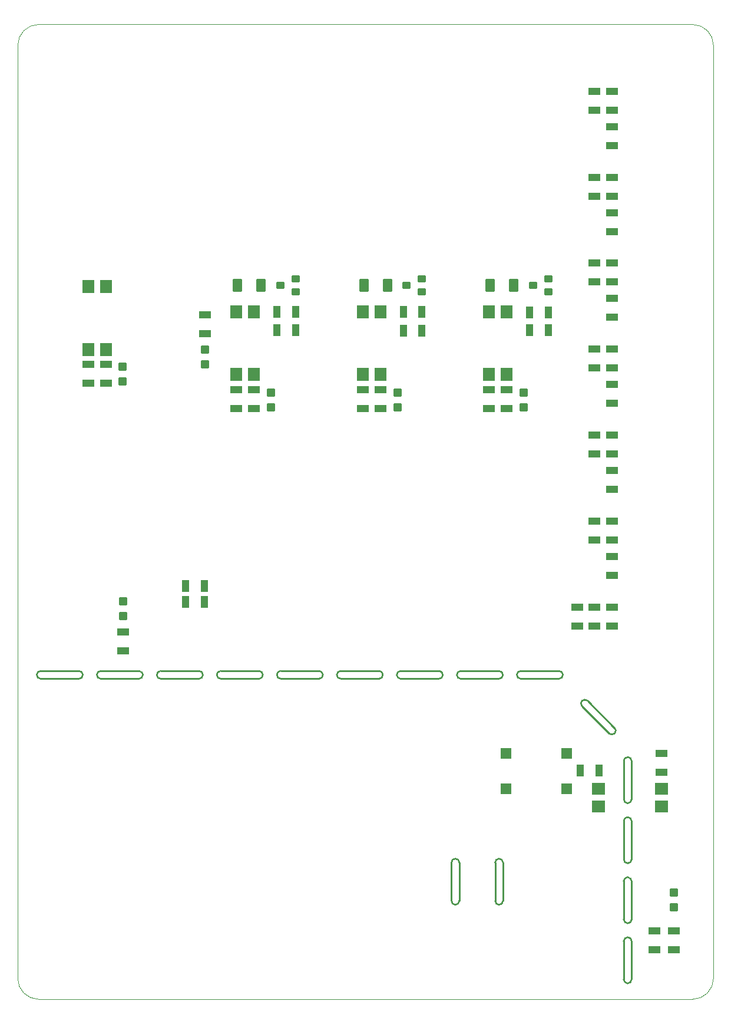
<source format=gtp>
G04*
G04 #@! TF.GenerationSoftware,Altium Limited,Altium Designer,24.7.2 (38)*
G04*
G04 Layer_Color=8421504*
%FSAX43Y43*%
%MOMM*%
G71*
G04*
G04 #@! TF.SameCoordinates,3F101F8B-C0B2-4B88-A1E1-6A066521CB33*
G04*
G04*
G04 #@! TF.FilePolarity,Positive*
G04*
G01*
G75*
%ADD10C,0.254*%
%ADD12C,0.100*%
%ADD20R,1.100X1.700*%
%ADD21R,1.700X1.100*%
G04:AMPARAMS|DCode=22|XSize=1.2mm|YSize=1.2mm|CornerRadius=0.12mm|HoleSize=0mm|Usage=FLASHONLY|Rotation=270.000|XOffset=0mm|YOffset=0mm|HoleType=Round|Shape=RoundedRectangle|*
%AMROUNDEDRECTD22*
21,1,1.200,0.960,0,0,270.0*
21,1,0.960,1.200,0,0,270.0*
1,1,0.240,-0.480,-0.480*
1,1,0.240,-0.480,0.480*
1,1,0.240,0.480,0.480*
1,1,0.240,0.480,-0.480*
%
%ADD22ROUNDEDRECTD22*%
%ADD23R,1.500X1.500*%
%ADD24R,1.900X1.700*%
G04:AMPARAMS|DCode=25|XSize=1mm|YSize=1.2mm|CornerRadius=0.15mm|HoleSize=0mm|Usage=FLASHONLY|Rotation=90.000|XOffset=0mm|YOffset=0mm|HoleType=Round|Shape=RoundedRectangle|*
%AMROUNDEDRECTD25*
21,1,1.000,0.900,0,0,90.0*
21,1,0.700,1.200,0,0,90.0*
1,1,0.300,0.450,0.350*
1,1,0.300,0.450,-0.350*
1,1,0.300,-0.450,-0.350*
1,1,0.300,-0.450,0.350*
%
%ADD25ROUNDEDRECTD25*%
G04:AMPARAMS|DCode=26|XSize=1.4mm|YSize=1.8mm|CornerRadius=0.14mm|HoleSize=0mm|Usage=FLASHONLY|Rotation=0.000|XOffset=0mm|YOffset=0mm|HoleType=Round|Shape=RoundedRectangle|*
%AMROUNDEDRECTD26*
21,1,1.400,1.520,0,0,0.0*
21,1,1.120,1.800,0,0,0.0*
1,1,0.280,0.560,-0.760*
1,1,0.280,-0.560,-0.760*
1,1,0.280,-0.560,0.760*
1,1,0.280,0.560,0.760*
%
%ADD26ROUNDEDRECTD26*%
%ADD27R,1.700X1.900*%
D10*
X0471749Y0548762D02*
G03*
X0472311Y0549324I0000000J0000562D01*
G01*
X0471186Y0549324D02*
G03*
X0471749Y0548762I0000563J0000000D01*
G01*
X0472311Y0554824D02*
G03*
X0471749Y0555387I-0000562J0000000D01*
G01*
X0471749D02*
G03*
X0471186Y0554824I0000000J-0000562D01*
G01*
X0465466Y0548770D02*
G03*
X0466028Y0549333I0000000J0000562D01*
G01*
X0464903Y0549333D02*
G03*
X0465466Y0548770I0000563J0000000D01*
G01*
X0466028Y0554833D02*
G03*
X0465466Y0555395I-0000562J0000000D01*
G01*
X0465466D02*
G03*
X0464903Y0554833I0000000J-0000562D01*
G01*
X0490234Y0537478D02*
G03*
X0490797Y0538041I0000000J0000562D01*
G01*
X0489672Y0538041D02*
G03*
X0490234Y0537478I0000563J0000000D01*
G01*
X0490797Y0543541D02*
G03*
X0490234Y0544103I-0000562J0000000D01*
G01*
X0490234D02*
G03*
X0489672Y0543541I0000000J-0000562D01*
G01*
X0490234Y0546103D02*
G03*
X0490797Y0546666I0000000J0000562D01*
G01*
X0489672Y0546666D02*
G03*
X0490234Y0546103I0000563J0000000D01*
G01*
X0490797Y0552166D02*
G03*
X0490234Y0552728I-0000562J0000000D01*
G01*
X0490234D02*
G03*
X0489672Y0552166I0000000J-0000562D01*
G01*
X0490234Y0554728D02*
G03*
X0490797Y0555291I0000000J0000562D01*
G01*
X0489672Y0555291D02*
G03*
X0490234Y0554728I0000563J0000000D01*
G01*
X0490797Y0560791D02*
G03*
X0490234Y0561353I-0000562J0000000D01*
G01*
X0490234D02*
G03*
X0489672Y0560791I0000000J-0000562D01*
G01*
X0490234Y0563353D02*
G03*
X0490797Y0563916I0000000J0000562D01*
G01*
X0489672Y0563916D02*
G03*
X0490234Y0563353I0000563J0000000D01*
G01*
X0490797Y0569416D02*
G03*
X0490234Y0569978I-0000562J0000000D01*
G01*
X0490234D02*
G03*
X0489672Y0569416I0000000J-0000562D01*
G01*
X0488360Y0573380D02*
G03*
X0488360Y0574176I-0000398J0000398D01*
G01*
X0487565Y0573380D02*
G03*
X0488360Y0573380I0000398J0000398D01*
G01*
X0484471Y0578065D02*
G03*
X0483676Y0578065I-0000398J-0000398D01*
G01*
X0483676Y0578065D02*
G03*
X0483676Y0577269I0000398J-0000398D01*
G01*
X0480924Y0581787D02*
G03*
X0480361Y0582349I-0000562J0000000D01*
G01*
X0480361Y0581224D02*
G03*
X0480924Y0581787I0000000J0000563D01*
G01*
X0474861Y0582349D02*
G03*
X0474299Y0581787I0000000J-0000562D01*
G01*
Y0581787D02*
G03*
X0474861Y0581224I0000562J0000000D01*
G01*
X0472299Y0581787D02*
G03*
X0471736Y0582349I-0000562J0000000D01*
G01*
X0471736Y0581224D02*
G03*
X0472299Y0581787I0000000J0000563D01*
G01*
X0466236Y0582349D02*
G03*
X0465674Y0581787I0000000J-0000562D01*
G01*
Y0581787D02*
G03*
X0466236Y0581224I0000562J0000000D01*
G01*
X0463674Y0581787D02*
G03*
X0463111Y0582349I-0000562J0000000D01*
G01*
X0463111Y0581224D02*
G03*
X0463674Y0581787I0000000J0000563D01*
G01*
X0457611Y0582349D02*
G03*
X0457049Y0581787I0000000J-0000562D01*
G01*
Y0581787D02*
G03*
X0457611Y0581224I0000562J0000000D01*
G01*
X0455049Y0581787D02*
G03*
X0454486Y0582349I-0000562J0000000D01*
G01*
X0454486Y0581224D02*
G03*
X0455049Y0581787I0000000J0000563D01*
G01*
X0448986Y0582349D02*
G03*
X0448424Y0581787I0000000J-0000562D01*
G01*
Y0581787D02*
G03*
X0448986Y0581224I0000562J0000000D01*
G01*
X0446424Y0581787D02*
G03*
X0445861Y0582349I-0000562J0000000D01*
G01*
X0445861Y0581224D02*
G03*
X0446424Y0581787I0000000J0000563D01*
G01*
X0440361Y0582349D02*
G03*
X0439799Y0581787I0000000J-0000562D01*
G01*
Y0581787D02*
G03*
X0440361Y0581224I0000562J0000000D01*
G01*
X0437799Y0581787D02*
G03*
X0437236Y0582349I-0000562J0000000D01*
G01*
X0437236Y0581224D02*
G03*
X0437799Y0581787I0000000J0000563D01*
G01*
X0431736Y0582349D02*
G03*
X0431174Y0581787I0000000J-0000562D01*
G01*
Y0581787D02*
G03*
X0431736Y0581224I0000562J0000000D01*
G01*
X0429174Y0581787D02*
G03*
X0428611Y0582349I-0000562J0000000D01*
G01*
X0428611Y0581224D02*
G03*
X0429174Y0581787I0000000J0000563D01*
G01*
X0423111Y0582349D02*
G03*
X0422549Y0581787I0000000J-0000562D01*
G01*
Y0581787D02*
G03*
X0423111Y0581224I0000562J0000000D01*
G01*
X0420549Y0581787D02*
G03*
X0419986Y0582349I-0000562J0000000D01*
G01*
X0419986Y0581224D02*
G03*
X0420549Y0581787I0000000J0000563D01*
G01*
X0414486Y0582349D02*
G03*
X0413924Y0581787I0000000J-0000562D01*
G01*
Y0581787D02*
G03*
X0414486Y0581224I0000562J0000000D01*
G01*
X0411924Y0581787D02*
G03*
X0411361Y0582349I-0000562J0000000D01*
G01*
X0411361Y0581224D02*
G03*
X0411924Y0581787I0000000J0000563D01*
G01*
X0405861Y0582349D02*
G03*
X0405299Y0581787I0000000J-0000562D01*
G01*
Y0581787D02*
G03*
X0405861Y0581224I0000562J0000000D01*
G01*
X0471186Y0549324D02*
Y0554824D01*
X0472311Y0549324D02*
Y0554824D01*
X0464903Y0549333D02*
Y0554833D01*
X0466028Y0549333D02*
Y0554833D01*
X0489672Y0538041D02*
Y0543541D01*
X0490797Y0538041D02*
Y0543541D01*
X0489672Y0546666D02*
Y0552166D01*
X0490797Y0546666D02*
Y0552166D01*
X0489672Y0555291D02*
Y0560791D01*
X0490797Y0555291D02*
Y0560791D01*
X0489672Y0563916D02*
Y0569416D01*
X0490797Y0563916D02*
Y0569416D01*
X0483676Y0577269D02*
X0487565Y0573380D01*
X0484471Y0578065D02*
X0488360Y0574176D01*
X0474861Y0581224D02*
X0480361D01*
X0474861Y0582349D02*
X0480361D01*
X0466236Y0581224D02*
X0471736D01*
X0466236Y0582349D02*
X0471736D01*
X0457611Y0581224D02*
X0463111D01*
X0457611Y0582349D02*
X0463111D01*
X0448986Y0581224D02*
X0454486D01*
X0448986Y0582349D02*
X0454486D01*
X0440361Y0581224D02*
X0445861D01*
X0440361Y0582349D02*
X0445861D01*
X0431736Y0581224D02*
X0437236D01*
X0431736Y0582349D02*
X0437236D01*
X0423111Y0581224D02*
X0428611D01*
X0423111Y0582349D02*
X0428611D01*
X0414486Y0581224D02*
X0419986D01*
X0414486Y0582349D02*
X0419986D01*
X0405862Y0581224D02*
X0411361D01*
X0405861Y0582349D02*
X0411361D01*
D12*
X0499566Y0535195D02*
G03*
X0502566Y0538195I-0000000J0003000D01*
G01*
X0502566Y0672195D02*
G03*
X0499566Y0675195I-0003000J0000000D01*
G01*
X0405566Y0675195D02*
G03*
X0402566Y0672195I-0000000J-0003000D01*
G01*
X0402566Y0538195D02*
G03*
X0405566Y0535195I0003000J-0000000D01*
G01*
X0402566Y0538195D02*
X0402566Y0672195D01*
X0405566Y0535195D02*
X0499566Y0535195D01*
X0502566Y0538195D02*
X0502566Y0672195D01*
X0405566Y0675195D02*
X0499566Y0675195D01*
D20*
X0426655Y0592296D02*
D03*
X0429355D02*
D03*
X0426656Y0594546D02*
D03*
X0429355D02*
D03*
X0486121Y0568028D02*
D03*
X0483421D02*
D03*
X0457972Y0633958D02*
D03*
X0460672D02*
D03*
Y0631224D02*
D03*
X0457972D02*
D03*
X0439822Y0633958D02*
D03*
X0442522D02*
D03*
X0442522Y0631258D02*
D03*
X0439822D02*
D03*
X0476122Y0633858D02*
D03*
X0478822D02*
D03*
X0478822Y0631258D02*
D03*
X0476122D02*
D03*
D21*
X0485473Y0591527D02*
D03*
Y0588827D02*
D03*
X0487973D02*
D03*
Y0591527D02*
D03*
X0482973Y0588827D02*
D03*
Y0591527D02*
D03*
X0495066Y0567768D02*
D03*
Y0570468D02*
D03*
X0496841Y0542282D02*
D03*
Y0544982D02*
D03*
X0494041D02*
D03*
Y0542282D02*
D03*
X0452152Y0620024D02*
D03*
Y0622724D02*
D03*
X0434002Y0620024D02*
D03*
Y0622724D02*
D03*
X0470302Y0620024D02*
D03*
Y0622724D02*
D03*
X0417709Y0585224D02*
D03*
X0417709Y0587924D02*
D03*
X0429508Y0633508D02*
D03*
X0429508Y0630808D02*
D03*
X0412697Y0623650D02*
D03*
Y0626350D02*
D03*
X0415237Y0626350D02*
D03*
Y0623650D02*
D03*
X0485473Y0665597D02*
D03*
Y0662897D02*
D03*
X0487973Y0657817D02*
D03*
Y0660517D02*
D03*
Y0665597D02*
D03*
Y0662897D02*
D03*
X0436542Y0620024D02*
D03*
Y0622724D02*
D03*
X0485473Y0653252D02*
D03*
Y0650552D02*
D03*
X0487973Y0645472D02*
D03*
Y0648172D02*
D03*
Y0653252D02*
D03*
Y0650552D02*
D03*
X0485473Y0640907D02*
D03*
Y0638207D02*
D03*
X0454692Y0620024D02*
D03*
Y0622724D02*
D03*
X0487973Y0633127D02*
D03*
Y0635827D02*
D03*
Y0640907D02*
D03*
Y0638207D02*
D03*
X0485473Y0628562D02*
D03*
Y0625862D02*
D03*
X0487973Y0620782D02*
D03*
Y0623482D02*
D03*
Y0628562D02*
D03*
Y0625862D02*
D03*
X0472842Y0620024D02*
D03*
Y0622724D02*
D03*
X0485473Y0616217D02*
D03*
X0485473Y0613517D02*
D03*
X0487973Y0608437D02*
D03*
Y0611137D02*
D03*
Y0616217D02*
D03*
Y0613517D02*
D03*
X0485473Y0603872D02*
D03*
Y0601172D02*
D03*
X0487973Y0596092D02*
D03*
Y0598792D02*
D03*
Y0603872D02*
D03*
X0487973Y0601172D02*
D03*
D22*
X0496841Y0548422D02*
D03*
Y0550522D02*
D03*
X0457145Y0620220D02*
D03*
Y0622320D02*
D03*
X0438995Y0620220D02*
D03*
Y0622320D02*
D03*
X0475295Y0620221D02*
D03*
Y0622320D02*
D03*
X0417709Y0590224D02*
D03*
Y0592324D02*
D03*
X0429508Y0628508D02*
D03*
X0429508Y0626408D02*
D03*
X0417591Y0623946D02*
D03*
Y0626046D02*
D03*
D23*
X0472721Y0570543D02*
D03*
Y0565443D02*
D03*
X0481421Y0570543D02*
D03*
Y0565443D02*
D03*
D24*
X0495066D02*
D03*
X0486066D02*
D03*
X0495066Y0562903D02*
D03*
X0486066D02*
D03*
D25*
X0460672Y0636791D02*
D03*
Y0638691D02*
D03*
X0458472Y0637741D02*
D03*
X0442522Y0636791D02*
D03*
Y0638691D02*
D03*
X0440322Y0637741D02*
D03*
X0478822Y0636791D02*
D03*
Y0638691D02*
D03*
X0476622Y0637741D02*
D03*
D26*
X0455709Y0637741D02*
D03*
X0452309D02*
D03*
X0437559Y0637741D02*
D03*
X0434159D02*
D03*
X0473859Y0637741D02*
D03*
X0470459D02*
D03*
D27*
X0454692Y0624909D02*
D03*
Y0633909D02*
D03*
X0452152Y0624909D02*
D03*
Y0633909D02*
D03*
X0436542Y0624909D02*
D03*
Y0633909D02*
D03*
X0434002Y0624909D02*
D03*
Y0633909D02*
D03*
X0472842Y0624909D02*
D03*
Y0633909D02*
D03*
X0470302Y0624909D02*
D03*
Y0633909D02*
D03*
X0415237Y0628535D02*
D03*
Y0637535D02*
D03*
X0412697Y0628535D02*
D03*
Y0637535D02*
D03*
M02*

</source>
